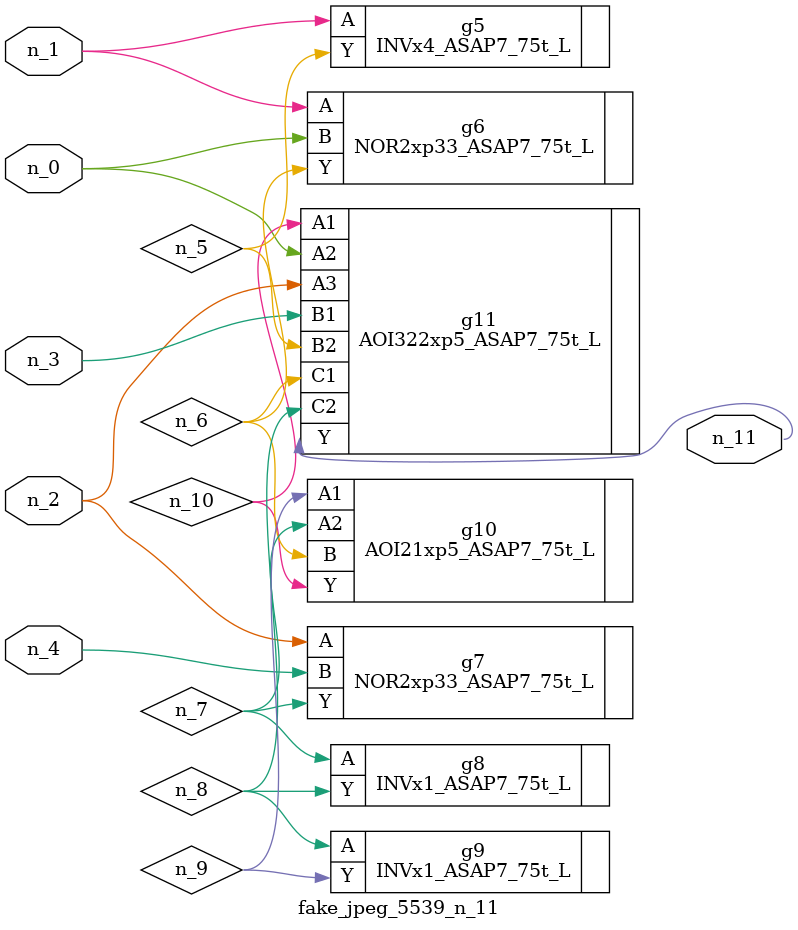
<source format=v>
module fake_jpeg_5539_n_11 (n_3, n_2, n_1, n_0, n_4, n_11);

input n_3;
input n_2;
input n_1;
input n_0;
input n_4;

output n_11;

wire n_10;
wire n_8;
wire n_9;
wire n_6;
wire n_5;
wire n_7;

INVx4_ASAP7_75t_L g5 ( 
.A(n_1),
.Y(n_5)
);

NOR2xp33_ASAP7_75t_L g6 ( 
.A(n_1),
.B(n_0),
.Y(n_6)
);

NOR2xp33_ASAP7_75t_L g7 ( 
.A(n_2),
.B(n_4),
.Y(n_7)
);

INVx1_ASAP7_75t_L g8 ( 
.A(n_7),
.Y(n_8)
);

INVx1_ASAP7_75t_L g9 ( 
.A(n_8),
.Y(n_9)
);

AOI21xp5_ASAP7_75t_L g10 ( 
.A1(n_9),
.A2(n_7),
.B(n_6),
.Y(n_10)
);

AOI322xp5_ASAP7_75t_L g11 ( 
.A1(n_10),
.A2(n_0),
.A3(n_2),
.B1(n_3),
.B2(n_5),
.C1(n_6),
.C2(n_8),
.Y(n_11)
);


endmodule
</source>
